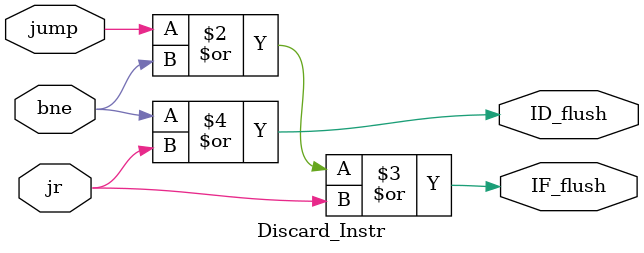
<source format=v>

module flush_block(
    input flush, RegDst, ALUSrc, MemToReg, RegWrite, MemRead, MemWrite, Branch, JRControl,
    input [1:0] ALUop,
    output reg ID_RegDst, ID_ALUSrc, ID_MemToReg, ID_RegWrite, ID_MemRead, ID_MemWrite, ID_Branch, ID_JRControl,
    output reg [1:0] ID_ALUop
);

always @(*) begin
    if (flush) begin
        // When flushing, output all zeros (create NOP/bubble)
        ID_RegDst = 1'b0;
        ID_ALUSrc = 1'b0;
        ID_MemToReg = 1'b0;
        ID_RegWrite = 1'b0;
        ID_MemRead = 1'b0;
        ID_MemWrite = 1'b0;
        ID_Branch = 1'b0;
        ID_JRControl = 1'b0;
        ID_ALUop = 2'b00;
    end else begin
        // When not flushing, pass control signals through
        ID_RegDst = RegDst;
        ID_ALUSrc = ALUSrc;
        ID_MemToReg = MemToReg;
        ID_RegWrite = RegWrite;
        ID_MemRead = MemRead;
        ID_MemWrite = MemWrite;
        ID_Branch = Branch;
        ID_JRControl = JRControl;
        ID_ALUop = ALUop;
    end
end

endmodule

// Discard Instructions - Behavioral Version
// Generate flush signals for pipeline stages based on control flow changes
module Discard_Instr(
    output reg ID_flush,
    output reg IF_flush,
    input jump,
    input bne,
    input jr
);

always @(*) begin
    // IF stage flush: occurs on any control flow change
    IF_flush = jump |
    bne | jr;
    
    // ID stage flush: occurs on branches and jumps (but not unconditional jumps)
    ID_flush = bne |
    jr;
end

endmodule
</source>
